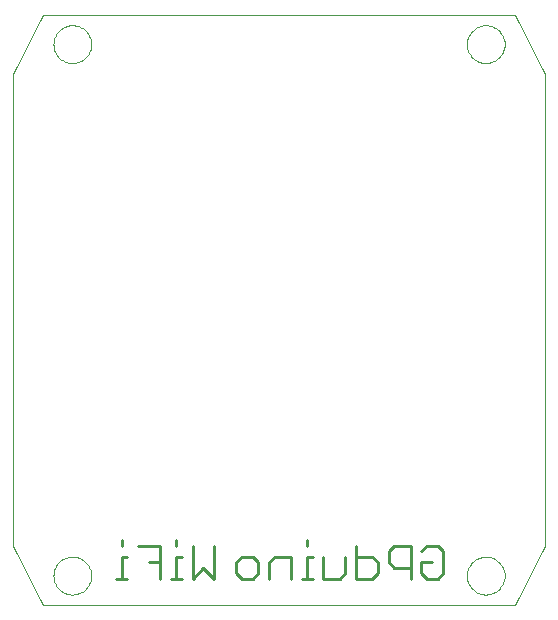
<source format=gbo>
G75*
%MOIN*%
%OFA0B0*%
%FSLAX24Y24*%
%IPPOS*%
%LPD*%
%AMOC8*
5,1,8,0,0,1.08239X$1,22.5*
%
%ADD10C,0.0000*%
%ADD11C,0.0090*%
D10*
X001699Y000307D02*
X000714Y002276D01*
X000714Y018024D01*
X001699Y019993D01*
X017447Y019993D01*
X018431Y018024D01*
X018431Y002276D01*
X017447Y000307D01*
X001699Y000307D01*
X002053Y001292D02*
X002055Y001342D01*
X002061Y001392D01*
X002071Y001441D01*
X002085Y001489D01*
X002102Y001536D01*
X002123Y001581D01*
X002148Y001625D01*
X002176Y001666D01*
X002208Y001705D01*
X002242Y001742D01*
X002279Y001776D01*
X002319Y001806D01*
X002361Y001833D01*
X002405Y001857D01*
X002451Y001878D01*
X002498Y001894D01*
X002546Y001907D01*
X002596Y001916D01*
X002645Y001921D01*
X002696Y001922D01*
X002746Y001919D01*
X002795Y001912D01*
X002844Y001901D01*
X002892Y001886D01*
X002938Y001868D01*
X002983Y001846D01*
X003026Y001820D01*
X003067Y001791D01*
X003106Y001759D01*
X003142Y001724D01*
X003174Y001686D01*
X003204Y001646D01*
X003231Y001603D01*
X003254Y001559D01*
X003273Y001513D01*
X003289Y001465D01*
X003301Y001416D01*
X003309Y001367D01*
X003313Y001317D01*
X003313Y001267D01*
X003309Y001217D01*
X003301Y001168D01*
X003289Y001119D01*
X003273Y001071D01*
X003254Y001025D01*
X003231Y000981D01*
X003204Y000938D01*
X003174Y000898D01*
X003142Y000860D01*
X003106Y000825D01*
X003067Y000793D01*
X003026Y000764D01*
X002983Y000738D01*
X002938Y000716D01*
X002892Y000698D01*
X002844Y000683D01*
X002795Y000672D01*
X002746Y000665D01*
X002696Y000662D01*
X002645Y000663D01*
X002596Y000668D01*
X002546Y000677D01*
X002498Y000690D01*
X002451Y000706D01*
X002405Y000727D01*
X002361Y000751D01*
X002319Y000778D01*
X002279Y000808D01*
X002242Y000842D01*
X002208Y000879D01*
X002176Y000918D01*
X002148Y000959D01*
X002123Y001003D01*
X002102Y001048D01*
X002085Y001095D01*
X002071Y001143D01*
X002061Y001192D01*
X002055Y001242D01*
X002053Y001292D01*
X015832Y001292D02*
X015834Y001342D01*
X015840Y001392D01*
X015850Y001441D01*
X015864Y001489D01*
X015881Y001536D01*
X015902Y001581D01*
X015927Y001625D01*
X015955Y001666D01*
X015987Y001705D01*
X016021Y001742D01*
X016058Y001776D01*
X016098Y001806D01*
X016140Y001833D01*
X016184Y001857D01*
X016230Y001878D01*
X016277Y001894D01*
X016325Y001907D01*
X016375Y001916D01*
X016424Y001921D01*
X016475Y001922D01*
X016525Y001919D01*
X016574Y001912D01*
X016623Y001901D01*
X016671Y001886D01*
X016717Y001868D01*
X016762Y001846D01*
X016805Y001820D01*
X016846Y001791D01*
X016885Y001759D01*
X016921Y001724D01*
X016953Y001686D01*
X016983Y001646D01*
X017010Y001603D01*
X017033Y001559D01*
X017052Y001513D01*
X017068Y001465D01*
X017080Y001416D01*
X017088Y001367D01*
X017092Y001317D01*
X017092Y001267D01*
X017088Y001217D01*
X017080Y001168D01*
X017068Y001119D01*
X017052Y001071D01*
X017033Y001025D01*
X017010Y000981D01*
X016983Y000938D01*
X016953Y000898D01*
X016921Y000860D01*
X016885Y000825D01*
X016846Y000793D01*
X016805Y000764D01*
X016762Y000738D01*
X016717Y000716D01*
X016671Y000698D01*
X016623Y000683D01*
X016574Y000672D01*
X016525Y000665D01*
X016475Y000662D01*
X016424Y000663D01*
X016375Y000668D01*
X016325Y000677D01*
X016277Y000690D01*
X016230Y000706D01*
X016184Y000727D01*
X016140Y000751D01*
X016098Y000778D01*
X016058Y000808D01*
X016021Y000842D01*
X015987Y000879D01*
X015955Y000918D01*
X015927Y000959D01*
X015902Y001003D01*
X015881Y001048D01*
X015864Y001095D01*
X015850Y001143D01*
X015840Y001192D01*
X015834Y001242D01*
X015832Y001292D01*
X015832Y019008D02*
X015834Y019058D01*
X015840Y019108D01*
X015850Y019157D01*
X015864Y019205D01*
X015881Y019252D01*
X015902Y019297D01*
X015927Y019341D01*
X015955Y019382D01*
X015987Y019421D01*
X016021Y019458D01*
X016058Y019492D01*
X016098Y019522D01*
X016140Y019549D01*
X016184Y019573D01*
X016230Y019594D01*
X016277Y019610D01*
X016325Y019623D01*
X016375Y019632D01*
X016424Y019637D01*
X016475Y019638D01*
X016525Y019635D01*
X016574Y019628D01*
X016623Y019617D01*
X016671Y019602D01*
X016717Y019584D01*
X016762Y019562D01*
X016805Y019536D01*
X016846Y019507D01*
X016885Y019475D01*
X016921Y019440D01*
X016953Y019402D01*
X016983Y019362D01*
X017010Y019319D01*
X017033Y019275D01*
X017052Y019229D01*
X017068Y019181D01*
X017080Y019132D01*
X017088Y019083D01*
X017092Y019033D01*
X017092Y018983D01*
X017088Y018933D01*
X017080Y018884D01*
X017068Y018835D01*
X017052Y018787D01*
X017033Y018741D01*
X017010Y018697D01*
X016983Y018654D01*
X016953Y018614D01*
X016921Y018576D01*
X016885Y018541D01*
X016846Y018509D01*
X016805Y018480D01*
X016762Y018454D01*
X016717Y018432D01*
X016671Y018414D01*
X016623Y018399D01*
X016574Y018388D01*
X016525Y018381D01*
X016475Y018378D01*
X016424Y018379D01*
X016375Y018384D01*
X016325Y018393D01*
X016277Y018406D01*
X016230Y018422D01*
X016184Y018443D01*
X016140Y018467D01*
X016098Y018494D01*
X016058Y018524D01*
X016021Y018558D01*
X015987Y018595D01*
X015955Y018634D01*
X015927Y018675D01*
X015902Y018719D01*
X015881Y018764D01*
X015864Y018811D01*
X015850Y018859D01*
X015840Y018908D01*
X015834Y018958D01*
X015832Y019008D01*
X002053Y019008D02*
X002055Y019058D01*
X002061Y019108D01*
X002071Y019157D01*
X002085Y019205D01*
X002102Y019252D01*
X002123Y019297D01*
X002148Y019341D01*
X002176Y019382D01*
X002208Y019421D01*
X002242Y019458D01*
X002279Y019492D01*
X002319Y019522D01*
X002361Y019549D01*
X002405Y019573D01*
X002451Y019594D01*
X002498Y019610D01*
X002546Y019623D01*
X002596Y019632D01*
X002645Y019637D01*
X002696Y019638D01*
X002746Y019635D01*
X002795Y019628D01*
X002844Y019617D01*
X002892Y019602D01*
X002938Y019584D01*
X002983Y019562D01*
X003026Y019536D01*
X003067Y019507D01*
X003106Y019475D01*
X003142Y019440D01*
X003174Y019402D01*
X003204Y019362D01*
X003231Y019319D01*
X003254Y019275D01*
X003273Y019229D01*
X003289Y019181D01*
X003301Y019132D01*
X003309Y019083D01*
X003313Y019033D01*
X003313Y018983D01*
X003309Y018933D01*
X003301Y018884D01*
X003289Y018835D01*
X003273Y018787D01*
X003254Y018741D01*
X003231Y018697D01*
X003204Y018654D01*
X003174Y018614D01*
X003142Y018576D01*
X003106Y018541D01*
X003067Y018509D01*
X003026Y018480D01*
X002983Y018454D01*
X002938Y018432D01*
X002892Y018414D01*
X002844Y018399D01*
X002795Y018388D01*
X002746Y018381D01*
X002696Y018378D01*
X002645Y018379D01*
X002596Y018384D01*
X002546Y018393D01*
X002498Y018406D01*
X002451Y018422D01*
X002405Y018443D01*
X002361Y018467D01*
X002319Y018494D01*
X002279Y018524D01*
X002242Y018558D01*
X002208Y018595D01*
X002176Y018634D01*
X002148Y018675D01*
X002123Y018719D01*
X002102Y018764D01*
X002085Y018811D01*
X002071Y018859D01*
X002061Y018908D01*
X002055Y018958D01*
X002053Y019008D01*
D11*
X004336Y002469D02*
X004336Y002287D01*
X004336Y001923D02*
X004336Y001195D01*
X004518Y001195D02*
X004154Y001195D01*
X004336Y001923D02*
X004518Y001923D01*
X004878Y002287D02*
X005606Y002287D01*
X005606Y001195D01*
X005967Y001195D02*
X006331Y001195D01*
X006149Y001195D02*
X006149Y001923D01*
X006331Y001923D01*
X006149Y002287D02*
X006149Y002469D01*
X006690Y002287D02*
X006690Y001195D01*
X007054Y001559D01*
X007418Y001195D01*
X007418Y002287D01*
X008153Y001741D02*
X008335Y001923D01*
X008699Y001923D01*
X008881Y001741D01*
X008881Y001377D01*
X008699Y001195D01*
X008335Y001195D01*
X008153Y001377D01*
X008153Y001741D01*
X009240Y001741D02*
X009240Y001195D01*
X009240Y001741D02*
X009422Y001923D01*
X009968Y001923D01*
X009968Y001195D01*
X010329Y001195D02*
X010693Y001195D01*
X010511Y001195D02*
X010511Y001923D01*
X010693Y001923D01*
X011053Y001923D02*
X011053Y001195D01*
X011599Y001195D01*
X011781Y001377D01*
X011781Y001923D01*
X012140Y001923D02*
X012686Y001923D01*
X012868Y001741D01*
X012868Y001377D01*
X012686Y001195D01*
X012140Y001195D01*
X012140Y002287D01*
X013228Y002105D02*
X013228Y001741D01*
X013410Y001559D01*
X013956Y001559D01*
X013956Y001195D02*
X013956Y002287D01*
X013410Y002287D01*
X013228Y002105D01*
X014315Y002105D02*
X014497Y002287D01*
X014861Y002287D01*
X015043Y002105D01*
X015043Y001377D01*
X014861Y001195D01*
X014497Y001195D01*
X014315Y001377D01*
X014315Y001741D01*
X014679Y001741D01*
X010511Y002287D02*
X010511Y002469D01*
X005606Y001741D02*
X005242Y001741D01*
M02*

</source>
